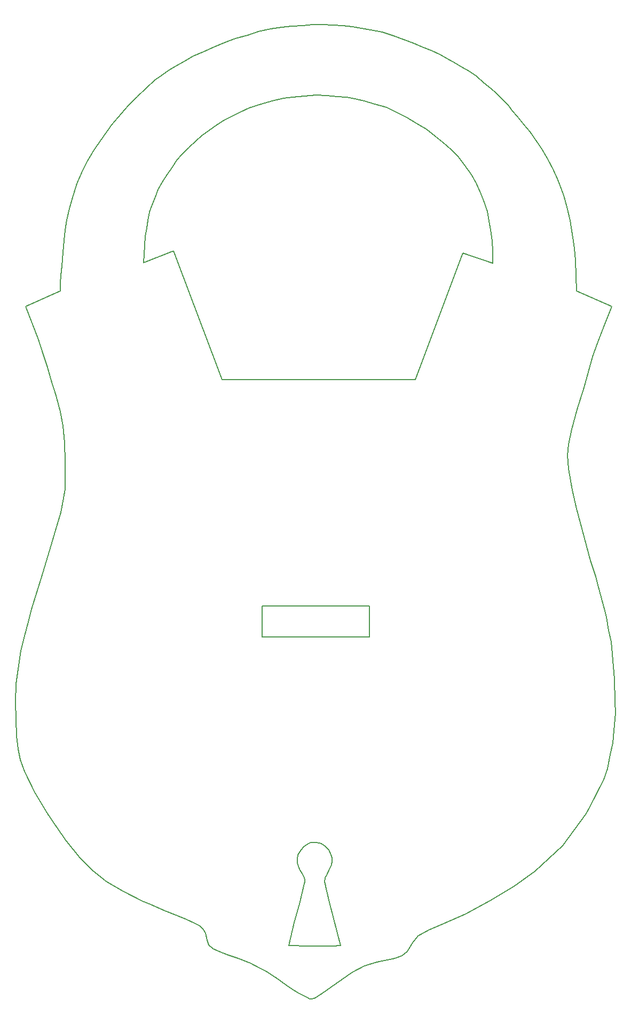
<source format=gbr>
G04 #@! TF.FileFunction,Profile,NP*
%FSLAX46Y46*%
G04 Gerber Fmt 4.6, Leading zero omitted, Abs format (unit mm)*
G04 Created by KiCad (PCBNEW 4.0.6) date 04/26/17 00:01:20*
%MOMM*%
%LPD*%
G01*
G04 APERTURE LIST*
%ADD10C,0.100000*%
%ADD11C,0.150000*%
G04 APERTURE END LIST*
D10*
D11*
X110250000Y-58590000D02*
X117920000Y-79010000D01*
X105520000Y-60400000D02*
X110250000Y-58590000D01*
X105570000Y-59170000D02*
X105520000Y-60400000D01*
X105670000Y-57710000D02*
X105570000Y-59170000D01*
X105770000Y-56320000D02*
X105670000Y-57710000D01*
X105990000Y-54920000D02*
X105770000Y-56320000D01*
X106200000Y-53710000D02*
X105990000Y-54920000D01*
X106450000Y-52430000D02*
X106200000Y-53710000D01*
X106750000Y-51440000D02*
X106450000Y-52430000D01*
X107350000Y-50000000D02*
X106750000Y-51440000D01*
X107820000Y-48870000D02*
X107350000Y-50000000D01*
X108460000Y-47650000D02*
X107820000Y-48870000D01*
X109220000Y-46490000D02*
X108460000Y-47650000D01*
X110040000Y-45290000D02*
X109220000Y-46490000D01*
X110760000Y-44200000D02*
X110040000Y-45290000D01*
X111630000Y-43280000D02*
X110760000Y-44200000D01*
X112730000Y-42180000D02*
X111630000Y-43280000D01*
X113770000Y-41160000D02*
X112730000Y-42180000D01*
X114770000Y-40280000D02*
X113770000Y-41160000D01*
X115890000Y-39410000D02*
X114770000Y-40280000D01*
X117070000Y-38630000D02*
X115890000Y-39410000D01*
X118320000Y-37800000D02*
X117070000Y-38630000D01*
X119630000Y-37160000D02*
X118320000Y-37800000D01*
X120830000Y-36590000D02*
X119630000Y-37160000D01*
X122270000Y-35910000D02*
X120830000Y-36590000D01*
X124120000Y-35310000D02*
X122270000Y-35910000D01*
X125900000Y-34820000D02*
X124120000Y-35310000D01*
X127700000Y-34390000D02*
X125900000Y-34820000D01*
X129120000Y-34190000D02*
X127700000Y-34390000D01*
X131030000Y-34010000D02*
X129120000Y-34190000D01*
X132830000Y-33880000D02*
X131030000Y-34010000D01*
X134530000Y-33970000D02*
X132830000Y-33880000D01*
X136270000Y-34080000D02*
X134530000Y-33970000D01*
X137720000Y-34220000D02*
X136270000Y-34080000D01*
X139000000Y-34420000D02*
X137720000Y-34220000D01*
X140490000Y-34820000D02*
X139000000Y-34420000D01*
X142160000Y-35260000D02*
X140490000Y-34820000D01*
X143990000Y-35820000D02*
X142160000Y-35260000D01*
X145010000Y-36330000D02*
X143990000Y-35820000D01*
X146210000Y-36880000D02*
X145010000Y-36330000D01*
X147270000Y-37440000D02*
X146210000Y-36880000D01*
X148810000Y-38330000D02*
X147270000Y-37440000D01*
X150340000Y-39310000D02*
X148810000Y-38330000D01*
X151750000Y-40340000D02*
X150340000Y-39310000D01*
X153030000Y-41360000D02*
X151750000Y-40340000D01*
X154280000Y-42460000D02*
X153030000Y-41360000D01*
X155370000Y-43550000D02*
X154280000Y-42460000D01*
X156400000Y-44940000D02*
X155370000Y-43550000D01*
X157460000Y-46470000D02*
X156400000Y-44940000D01*
X158260000Y-47860000D02*
X157460000Y-46470000D01*
X158950000Y-49320000D02*
X158260000Y-47860000D01*
X159480000Y-50580000D02*
X158950000Y-49320000D01*
X160010000Y-52330000D02*
X159480000Y-50580000D01*
X160310000Y-53820000D02*
X160010000Y-52330000D01*
X160580000Y-55280000D02*
X160310000Y-53820000D01*
X160780000Y-56970000D02*
X160580000Y-55280000D01*
X160880000Y-58600000D02*
X160780000Y-56970000D01*
X160890000Y-60500000D02*
X160880000Y-58600000D01*
X156150000Y-58920000D02*
X160890000Y-60500000D01*
X148620000Y-79010000D02*
X156150000Y-58920000D01*
X117920000Y-79010000D02*
X148620000Y-79010000D01*
X175370000Y-80300000D02*
X175360000Y-80310000D01*
X176750000Y-75310000D02*
X175380000Y-80270000D01*
X177500000Y-73230000D02*
X176750000Y-75310000D01*
X178350000Y-70980000D02*
X177500000Y-73230000D01*
X179750000Y-67390000D02*
X178350000Y-70980000D01*
X174210000Y-64950000D02*
X179750000Y-67390000D01*
X174020000Y-60120000D02*
X174210000Y-64950000D01*
X173820000Y-58170000D02*
X174020000Y-60120000D01*
X173620000Y-56480000D02*
X173820000Y-58170000D01*
X173120000Y-53780000D02*
X173620000Y-56480000D01*
X172670000Y-51640000D02*
X173120000Y-53780000D01*
X172170000Y-49750000D02*
X172670000Y-51640000D01*
X171170000Y-47350000D02*
X172170000Y-49750000D01*
X170480000Y-45660000D02*
X171170000Y-47350000D01*
X169630000Y-44010000D02*
X170480000Y-45660000D01*
X168630000Y-42420000D02*
X169630000Y-44010000D01*
X167730000Y-41020000D02*
X168630000Y-42420000D01*
X166840000Y-39680000D02*
X167730000Y-41020000D01*
X165790000Y-38480000D02*
X166840000Y-39680000D01*
X164740000Y-37240000D02*
X165790000Y-38480000D01*
X164050000Y-36390000D02*
X164740000Y-37240000D01*
X163300000Y-35440000D02*
X164050000Y-36390000D01*
X162230000Y-34380000D02*
X163300000Y-35440000D01*
X161400000Y-33540000D02*
X162230000Y-34380000D01*
X160610000Y-32800000D02*
X161400000Y-33540000D01*
X159430000Y-31870000D02*
X160610000Y-32800000D01*
X158340000Y-30930000D02*
X159430000Y-31870000D01*
X157210000Y-30140000D02*
X158340000Y-30930000D01*
X155880000Y-29350000D02*
X157210000Y-30140000D01*
X154600000Y-28610000D02*
X155880000Y-29350000D01*
X153660000Y-28070000D02*
X154600000Y-28610000D01*
X152480000Y-27430000D02*
X153660000Y-28070000D01*
X151200000Y-26840000D02*
X152480000Y-27430000D01*
X149720000Y-26250000D02*
X151200000Y-26840000D01*
X148340000Y-25660000D02*
X149720000Y-26250000D01*
X146720000Y-25020000D02*
X148340000Y-25660000D01*
X145140000Y-24480000D02*
X146720000Y-25020000D01*
X143370000Y-23890000D02*
X145140000Y-24480000D01*
X141500000Y-23490000D02*
X143370000Y-23890000D01*
X140070000Y-23250000D02*
X141500000Y-23490000D01*
X138640000Y-23000000D02*
X140070000Y-23250000D01*
X137110000Y-22850000D02*
X138640000Y-23000000D01*
X135590000Y-22800000D02*
X137110000Y-22850000D01*
X133910000Y-22700000D02*
X135590000Y-22800000D01*
X132340000Y-22700000D02*
X133910000Y-22700000D01*
X130710000Y-22850000D02*
X132340000Y-22700000D01*
X128940000Y-22950000D02*
X130710000Y-22850000D01*
X127460000Y-23100000D02*
X128940000Y-22950000D01*
X125690000Y-23390000D02*
X127460000Y-23100000D01*
X123670000Y-23790000D02*
X125690000Y-23390000D01*
X121990000Y-24330000D02*
X123670000Y-23790000D01*
X120070000Y-24870000D02*
X121990000Y-24330000D01*
X118250000Y-25560000D02*
X120070000Y-24870000D01*
X116680000Y-26200000D02*
X118250000Y-25560000D01*
X114950000Y-26990000D02*
X116680000Y-26200000D01*
X113420000Y-27680000D02*
X114950000Y-26990000D01*
X111950000Y-28520000D02*
X113420000Y-27680000D01*
X110620000Y-29260000D02*
X111950000Y-28520000D01*
X109530000Y-29900000D02*
X110620000Y-29260000D01*
X108350000Y-30680000D02*
X109530000Y-29900000D01*
X107270000Y-31520000D02*
X108350000Y-30680000D01*
X105940000Y-32750000D02*
X107270000Y-31520000D01*
X104460000Y-34080000D02*
X105940000Y-32750000D01*
X103030000Y-35560000D02*
X104460000Y-34080000D01*
X100420000Y-38560000D02*
X103030000Y-35560000D01*
X98800000Y-40880000D02*
X100420000Y-38560000D01*
X97620000Y-42600000D02*
X98800000Y-40880000D01*
X96530000Y-44420000D02*
X97620000Y-42600000D01*
X95790000Y-45950000D02*
X96530000Y-44420000D01*
X94910000Y-47870000D02*
X95790000Y-45950000D01*
X94170000Y-50330000D02*
X94910000Y-47870000D01*
X93720000Y-51910000D02*
X94170000Y-50330000D01*
X93280000Y-53680000D02*
X93720000Y-51910000D01*
X93080000Y-55260000D02*
X93280000Y-53680000D01*
X92890000Y-56840000D02*
X93080000Y-55260000D01*
X92690000Y-58810000D02*
X92890000Y-56840000D01*
X92540000Y-60920000D02*
X92690000Y-58810000D01*
X92390000Y-62500000D02*
X92540000Y-60920000D01*
X92340000Y-63740000D02*
X92390000Y-62500000D01*
X92290000Y-64930000D02*
X92340000Y-63740000D01*
X86820000Y-67400000D02*
X92290000Y-64930000D01*
X88800000Y-72620000D02*
X86820000Y-67400000D01*
X89510000Y-74770000D02*
X88800000Y-72620000D01*
X90300000Y-77070000D02*
X89510000Y-74770000D01*
X90870000Y-79110000D02*
X90300000Y-77070000D01*
X124342000Y-114900000D02*
X124342000Y-119800000D01*
X141342000Y-114900000D02*
X124342000Y-114900000D01*
X141342000Y-119800000D02*
X141342000Y-114900000D01*
X124342000Y-119800000D02*
X141342000Y-119800000D01*
X128673000Y-168732200D02*
X128533000Y-168722200D01*
X129393000Y-168762200D02*
X128673000Y-168732200D01*
X130913000Y-168802200D02*
X129393000Y-168762200D01*
X132613000Y-168812200D02*
X130913000Y-168802200D01*
X134343000Y-168802200D02*
X132613000Y-168812200D01*
X135773000Y-168782200D02*
X134343000Y-168802200D01*
X136463000Y-168752200D02*
X135773000Y-168782200D01*
X136753000Y-168702200D02*
X136463000Y-168752200D01*
X134983000Y-161832200D02*
X136753000Y-168702200D01*
X134643000Y-160462200D02*
X134983000Y-161832200D01*
X134473000Y-159782200D02*
X134643000Y-160462200D01*
X134273000Y-158882200D02*
X134473000Y-159782200D01*
X134243000Y-158642200D02*
X134273000Y-158882200D01*
X134293000Y-158002200D02*
X134243000Y-158642200D01*
X134513000Y-157512200D02*
X134293000Y-158002200D01*
X135013000Y-156642200D02*
X134513000Y-157512200D01*
X135303000Y-155952200D02*
X135013000Y-156642200D01*
X135423000Y-155362200D02*
X135303000Y-155952200D01*
X135393000Y-154802200D02*
X135423000Y-155362200D01*
X135253000Y-154302200D02*
X135393000Y-154802200D01*
X134863000Y-153562200D02*
X135253000Y-154302200D01*
X134313000Y-152962200D02*
X134863000Y-153562200D01*
X133673000Y-152552200D02*
X134313000Y-152962200D01*
X132933000Y-152352200D02*
X133673000Y-152552200D01*
X132623000Y-152362200D02*
X132933000Y-152352200D01*
X132213000Y-152372200D02*
X132623000Y-152362200D01*
X132013000Y-152412200D02*
X132213000Y-152372200D01*
X131493000Y-152652200D02*
X132013000Y-152412200D01*
X130913000Y-153082200D02*
X131493000Y-152652200D01*
X130443000Y-153562200D02*
X130913000Y-153082200D01*
X130103000Y-154112200D02*
X130443000Y-153562200D01*
X130013000Y-154342200D02*
X130103000Y-154112200D01*
X129883000Y-154972200D02*
X130013000Y-154342200D01*
X129903000Y-155602200D02*
X129883000Y-154972200D01*
X130063000Y-156212200D02*
X129903000Y-155602200D01*
X130353000Y-156782200D02*
X130063000Y-156212200D01*
X130633000Y-157272200D02*
X130353000Y-156782200D01*
X130933000Y-157812200D02*
X130633000Y-157272200D01*
X131043000Y-158262200D02*
X130933000Y-157812200D01*
X131053000Y-158612200D02*
X131043000Y-158262200D01*
X131013000Y-158902200D02*
X131053000Y-158612200D01*
X130233000Y-162122200D02*
X131013000Y-158902200D01*
X129423000Y-165112200D02*
X130233000Y-162122200D01*
X128533000Y-168732200D02*
X129423000Y-165112200D01*
X91620000Y-81500000D02*
X90870000Y-79110000D01*
X92300000Y-84020000D02*
X91620000Y-81500000D01*
X92750000Y-86310000D02*
X92300000Y-84020000D01*
X92980000Y-88960000D02*
X92750000Y-86310000D01*
X93070000Y-92000000D02*
X92980000Y-88960000D01*
X93080000Y-94730000D02*
X93070000Y-92000000D01*
X93020000Y-96320000D02*
X93080000Y-94730000D01*
X92830000Y-97800000D02*
X93020000Y-96320000D01*
X92350000Y-100070000D02*
X92830000Y-97800000D01*
X91820000Y-101970000D02*
X92350000Y-100070000D01*
X90950000Y-104880000D02*
X91820000Y-101970000D01*
X89380000Y-109970000D02*
X90950000Y-104880000D01*
X87760000Y-115390000D02*
X89380000Y-109970000D01*
X87200000Y-117410000D02*
X87760000Y-115390000D01*
X86550000Y-119990000D02*
X87200000Y-117410000D01*
X86060000Y-121970000D02*
X86550000Y-119990000D01*
X85580000Y-124870000D02*
X86060000Y-121970000D01*
X85300000Y-127270000D02*
X85580000Y-124870000D01*
X85190000Y-130100000D02*
X85300000Y-127270000D01*
X85230000Y-132770000D02*
X85190000Y-130100000D01*
X85370000Y-135510000D02*
X85230000Y-132770000D01*
X85580000Y-137560000D02*
X85370000Y-135510000D01*
X85940000Y-139260000D02*
X85580000Y-137560000D01*
X86620000Y-141110000D02*
X85940000Y-139260000D01*
X88270000Y-144420000D02*
X86620000Y-141110000D01*
X90240000Y-147780000D02*
X88270000Y-144420000D01*
X91680000Y-149920000D02*
X90240000Y-147780000D01*
X93230000Y-152130000D02*
X91680000Y-149920000D01*
X95470000Y-154870000D02*
X93230000Y-152130000D01*
X97380000Y-156830000D02*
X95470000Y-154870000D01*
X99590000Y-158530000D02*
X97380000Y-156830000D01*
X102230000Y-160130000D02*
X99590000Y-158530000D01*
X105320000Y-161670000D02*
X102230000Y-160130000D01*
X106610000Y-162210000D02*
X105320000Y-161670000D01*
X108930000Y-163190000D02*
X106610000Y-162210000D01*
X110850000Y-163990000D02*
X108930000Y-163190000D01*
X112290000Y-164610000D02*
X110850000Y-163990000D01*
X113520000Y-165160000D02*
X112290000Y-164610000D01*
X114380000Y-165630000D02*
X113520000Y-165160000D01*
X115000000Y-166150000D02*
X114380000Y-165630000D01*
X115330000Y-166760000D02*
X115000000Y-166150000D01*
X115560000Y-167840000D02*
X115330000Y-166760000D01*
X115860000Y-168630000D02*
X115560000Y-167840000D01*
X116550000Y-169250000D02*
X115860000Y-168630000D01*
X117840000Y-169860000D02*
X116550000Y-169250000D01*
X118970000Y-170230000D02*
X117840000Y-169860000D01*
X120520000Y-170800000D02*
X118970000Y-170230000D01*
X122460000Y-171560000D02*
X120520000Y-170800000D01*
X123910000Y-172270000D02*
X122460000Y-171560000D01*
X124880000Y-172780000D02*
X123910000Y-172270000D01*
X126590000Y-173920000D02*
X124880000Y-172780000D01*
X128080000Y-174970000D02*
X126590000Y-173920000D01*
X128950000Y-175560000D02*
X128080000Y-174970000D01*
X130080000Y-176300000D02*
X128950000Y-175560000D01*
X131400000Y-176960000D02*
X130080000Y-176300000D01*
X131830000Y-177230000D02*
X131400000Y-176960000D01*
X132120000Y-177210000D02*
X131830000Y-177230000D01*
X132610000Y-177110000D02*
X132120000Y-177210000D01*
X133790000Y-176320000D02*
X132610000Y-177110000D01*
X136100000Y-174770000D02*
X133790000Y-176320000D01*
X138580000Y-172940000D02*
X136100000Y-174770000D01*
X140520000Y-171910000D02*
X138580000Y-172940000D01*
X142520000Y-171390000D02*
X140520000Y-171910000D01*
X145350000Y-170730000D02*
X142520000Y-171390000D01*
X146520000Y-170340000D02*
X145350000Y-170730000D01*
X147280000Y-169710000D02*
X146520000Y-170340000D01*
X147460000Y-169410000D02*
X147280000Y-169710000D01*
X148090000Y-168390000D02*
X147460000Y-169410000D01*
X148990000Y-167170000D02*
X148090000Y-168390000D01*
X150680000Y-166250000D02*
X148990000Y-167170000D01*
X153110000Y-165260000D02*
X150680000Y-166250000D01*
X156550000Y-163730000D02*
X153110000Y-165260000D01*
X160490000Y-161650000D02*
X156550000Y-163730000D01*
X164260000Y-159320000D02*
X160490000Y-161650000D01*
X167530000Y-156970000D02*
X164260000Y-159320000D01*
X171990000Y-152880000D02*
X167530000Y-156970000D01*
X175670000Y-147800000D02*
X171990000Y-152880000D01*
X176250000Y-146720000D02*
X175670000Y-147800000D01*
X178460000Y-142400000D02*
X176250000Y-146720000D01*
X179040000Y-140740000D02*
X178460000Y-142400000D01*
X179540000Y-138450000D02*
X179040000Y-140740000D01*
X179900000Y-136630000D02*
X179540000Y-138450000D01*
X180080000Y-134640000D02*
X179900000Y-136630000D01*
X180360000Y-131880000D02*
X180080000Y-134640000D01*
X180300000Y-129970000D02*
X180360000Y-131880000D01*
X180220000Y-126490000D02*
X180300000Y-129970000D01*
X179880000Y-122490000D02*
X180220000Y-126490000D01*
X179650000Y-120590000D02*
X179880000Y-122490000D01*
X179290000Y-118800000D02*
X179650000Y-120590000D01*
X178900000Y-116620000D02*
X179290000Y-118800000D01*
X178700000Y-115670000D02*
X178900000Y-116620000D01*
X178400000Y-114670000D02*
X178700000Y-115670000D01*
X177580000Y-111580000D02*
X178400000Y-114670000D01*
X177210000Y-110180000D02*
X177580000Y-111580000D01*
X176380000Y-107660000D02*
X177210000Y-110180000D01*
X175340000Y-103900000D02*
X176380000Y-107660000D01*
X174200000Y-99430000D02*
X175340000Y-103900000D01*
X173530000Y-96540000D02*
X174200000Y-99430000D01*
X172920000Y-93150000D02*
X173530000Y-96540000D01*
X172760000Y-90970000D02*
X172920000Y-93150000D01*
X172930000Y-89210000D02*
X172760000Y-90970000D01*
X173420000Y-86870000D02*
X172930000Y-89210000D01*
X174280000Y-83700000D02*
X173420000Y-86870000D01*
X175380000Y-80270000D02*
X174280000Y-83700000D01*
M02*

</source>
